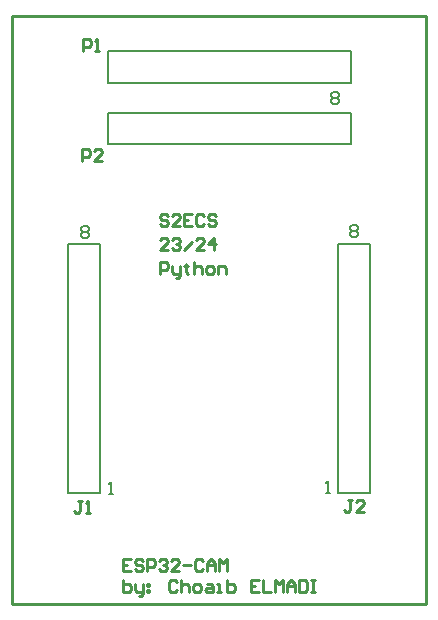
<source format=gbr>
G04*
G04 #@! TF.GenerationSoftware,Altium Limited,Altium Designer,24.1.2 (44)*
G04*
G04 Layer_Color=65535*
%FSLAX44Y44*%
%MOMM*%
G71*
G04*
G04 #@! TF.SameCoordinates,91C2BA71-A146-4584-BBA7-DB63CFD40499*
G04*
G04*
G04 #@! TF.FilePolarity,Positive*
G04*
G01*
G75*
%ADD10C,0.2000*%
%ADD11C,0.2540*%
%ADD12C,0.1524*%
D10*
X81050Y441210D02*
X287250D01*
X81050D02*
Y468110D01*
X287250D01*
Y441210D02*
Y468110D01*
X81050Y388886D02*
X287250D01*
X81050D02*
Y415786D01*
X287250D01*
Y388886D02*
Y415786D01*
X276060Y94040D02*
X303060D01*
Y304740D01*
X276060D02*
X303060D01*
X276060Y94040D02*
Y304740D01*
X47460Y94040D02*
X74460D01*
Y304740D01*
X47460D02*
X74460D01*
X47460Y94040D02*
Y304740D01*
D11*
X0Y0D02*
Y497840D01*
X350520D01*
Y0D02*
Y497840D01*
X0Y0D02*
X350520D01*
X100751Y38097D02*
X93980D01*
Y27940D01*
X100751D01*
X93980Y33018D02*
X97366D01*
X110908Y36404D02*
X109215Y38097D01*
X105829D01*
X104137Y36404D01*
Y34711D01*
X105829Y33018D01*
X109215D01*
X110908Y31326D01*
Y29633D01*
X109215Y27940D01*
X105829D01*
X104137Y29633D01*
X114293Y27940D02*
Y38097D01*
X119372D01*
X121065Y36404D01*
Y33018D01*
X119372Y31326D01*
X114293D01*
X124450Y36404D02*
X126143Y38097D01*
X129529D01*
X131221Y36404D01*
Y34711D01*
X129529Y33018D01*
X127836D01*
X129529D01*
X131221Y31326D01*
Y29633D01*
X129529Y27940D01*
X126143D01*
X124450Y29633D01*
X141378Y27940D02*
X134607D01*
X141378Y34711D01*
Y36404D01*
X139685Y38097D01*
X136300D01*
X134607Y36404D01*
X144764Y33018D02*
X151535D01*
X161691Y36404D02*
X159999Y38097D01*
X156613D01*
X154920Y36404D01*
Y29633D01*
X156613Y27940D01*
X159999D01*
X161691Y29633D01*
X165077Y27940D02*
Y34711D01*
X168463Y38097D01*
X171848Y34711D01*
Y27940D01*
Y33018D01*
X165077D01*
X175234Y27940D02*
Y38097D01*
X178619Y34711D01*
X182005Y38097D01*
Y27940D01*
X93980Y19892D02*
Y9736D01*
X99058D01*
X100751Y11428D01*
Y13121D01*
Y14814D01*
X99058Y16507D01*
X93980D01*
X104137D02*
Y11428D01*
X105829Y9736D01*
X110908D01*
Y8043D01*
X109215Y6350D01*
X107522D01*
X110908Y9736D02*
Y16507D01*
X114293D02*
X115986D01*
Y14814D01*
X114293D01*
Y16507D01*
Y11428D02*
X115986D01*
Y9736D01*
X114293D01*
Y11428D01*
X139685Y18199D02*
X137992Y19892D01*
X134607D01*
X132914Y18199D01*
Y11428D01*
X134607Y9736D01*
X137992D01*
X139685Y11428D01*
X143071Y19892D02*
Y9736D01*
Y14814D01*
X144764Y16507D01*
X148149D01*
X149842Y14814D01*
Y9736D01*
X154920D02*
X158306D01*
X159999Y11428D01*
Y14814D01*
X158306Y16507D01*
X154920D01*
X153228Y14814D01*
Y11428D01*
X154920Y9736D01*
X165077Y16507D02*
X168463D01*
X170155Y14814D01*
Y9736D01*
X165077D01*
X163384Y11428D01*
X165077Y13121D01*
X170155D01*
X173541Y9736D02*
X176927D01*
X175234D01*
Y16507D01*
X173541D01*
X182005Y19892D02*
Y9736D01*
X187083D01*
X188776Y11428D01*
Y13121D01*
Y14814D01*
X187083Y16507D01*
X182005D01*
X209090Y19892D02*
X202318D01*
Y9736D01*
X209090D01*
X202318Y14814D02*
X205704D01*
X212475Y19892D02*
Y9736D01*
X219246D01*
X222632D02*
Y19892D01*
X226017Y16507D01*
X229403Y19892D01*
Y9736D01*
X232789D02*
Y16507D01*
X236174Y19892D01*
X239560Y16507D01*
Y9736D01*
Y14814D01*
X232789D01*
X242945Y19892D02*
Y9736D01*
X248024D01*
X249716Y11428D01*
Y18199D01*
X248024Y19892D01*
X242945D01*
X253102D02*
X256488D01*
X254795D01*
Y9736D01*
X253102D01*
X256488D01*
X125476Y278976D02*
Y289132D01*
X130554D01*
X132247Y287439D01*
Y284054D01*
X130554Y282361D01*
X125476D01*
X135633Y285747D02*
Y280668D01*
X137325Y278976D01*
X142404D01*
Y277283D01*
X140711Y275590D01*
X139018D01*
X142404Y278976D02*
Y285747D01*
X147482Y287439D02*
Y285747D01*
X145789D01*
X149175D01*
X147482D01*
Y280668D01*
X149175Y278976D01*
X154253Y289132D02*
Y278976D01*
Y284054D01*
X155946Y285747D01*
X159332D01*
X161024Y284054D01*
Y278976D01*
X166103D02*
X169489D01*
X171181Y280668D01*
Y284054D01*
X169489Y285747D01*
X166103D01*
X164410Y284054D01*
Y280668D01*
X166103Y278976D01*
X174567D02*
Y285747D01*
X179645D01*
X181338Y284054D01*
Y278976D01*
X132501Y299423D02*
X125730D01*
X132501Y306194D01*
Y307887D01*
X130808Y309579D01*
X127423D01*
X125730Y307887D01*
X135887D02*
X137579Y309579D01*
X140965D01*
X142658Y307887D01*
Y306194D01*
X140965Y304501D01*
X139272D01*
X140965D01*
X142658Y302808D01*
Y301115D01*
X140965Y299423D01*
X137579D01*
X135887Y301115D01*
X146043Y299423D02*
X152815Y306194D01*
X162971Y299423D02*
X156200D01*
X162971Y306194D01*
Y307887D01*
X161278Y309579D01*
X157893D01*
X156200Y307887D01*
X171435Y299423D02*
Y309579D01*
X166357Y304501D01*
X173128D01*
X132501Y328250D02*
X130808Y329943D01*
X127423D01*
X125730Y328250D01*
Y326557D01*
X127423Y324864D01*
X130808D01*
X132501Y323172D01*
Y321479D01*
X130808Y319786D01*
X127423D01*
X125730Y321479D01*
X142658Y319786D02*
X135887D01*
X142658Y326557D01*
Y328250D01*
X140965Y329943D01*
X137579D01*
X135887Y328250D01*
X152815Y329943D02*
X146043D01*
Y319786D01*
X152815D01*
X146043Y324864D02*
X149429D01*
X162971Y328250D02*
X161278Y329943D01*
X157893D01*
X156200Y328250D01*
Y321479D01*
X157893Y319786D01*
X161278D01*
X162971Y321479D01*
X173128Y328250D02*
X171435Y329943D01*
X168050D01*
X166357Y328250D01*
Y326557D01*
X168050Y324864D01*
X171435D01*
X173128Y323172D01*
Y321479D01*
X171435Y319786D01*
X168050D01*
X166357Y321479D01*
X59354Y374652D02*
Y384808D01*
X64432D01*
X66125Y383116D01*
Y379730D01*
X64432Y378037D01*
X59354D01*
X76282Y374652D02*
X69511D01*
X76282Y381423D01*
Y383116D01*
X74589Y384808D01*
X71204D01*
X69511Y383116D01*
X59777Y468124D02*
Y478280D01*
X64855D01*
X66548Y476588D01*
Y473202D01*
X64855Y471509D01*
X59777D01*
X69934Y468124D02*
X73319D01*
X71626D01*
Y478280D01*
X69934Y476588D01*
X287613Y88136D02*
X284228D01*
X285920D01*
Y79672D01*
X284228Y77980D01*
X282535D01*
X280842Y79672D01*
X297770Y77980D02*
X290999D01*
X297770Y84751D01*
Y86444D01*
X296077Y88136D01*
X292692D01*
X290999Y86444D01*
X58928Y87374D02*
X55542D01*
X57235D01*
Y78910D01*
X55542Y77218D01*
X53850D01*
X52157Y78910D01*
X62314Y77218D02*
X65699D01*
X64006D01*
Y87374D01*
X62314Y85682D01*
D12*
X270256Y431882D02*
X271949Y433575D01*
X275334D01*
X277027Y431882D01*
Y430189D01*
X275334Y428496D01*
X277027Y426804D01*
Y425111D01*
X275334Y423418D01*
X271949D01*
X270256Y425111D01*
Y426804D01*
X271949Y428496D01*
X270256Y430189D01*
Y431882D01*
X271949Y428496D02*
X275334D01*
X286004Y319106D02*
X287697Y320799D01*
X291082D01*
X292775Y319106D01*
Y317413D01*
X291082Y315720D01*
X292775Y314028D01*
Y312335D01*
X291082Y310642D01*
X287697D01*
X286004Y312335D01*
Y314028D01*
X287697Y315720D01*
X286004Y317413D01*
Y319106D01*
X287697Y315720D02*
X291082D01*
X265938Y93726D02*
X269324D01*
X267631D01*
Y103883D01*
X265938Y102190D01*
X58166Y318090D02*
X59859Y319783D01*
X63244D01*
X64937Y318090D01*
Y316397D01*
X63244Y314704D01*
X64937Y313012D01*
Y311319D01*
X63244Y309626D01*
X59859D01*
X58166Y311319D01*
Y313012D01*
X59859Y314704D01*
X58166Y316397D01*
Y318090D01*
X59859Y314704D02*
X63244D01*
X82296Y93218D02*
X85682D01*
X83989D01*
Y103375D01*
X82296Y101682D01*
M02*

</source>
